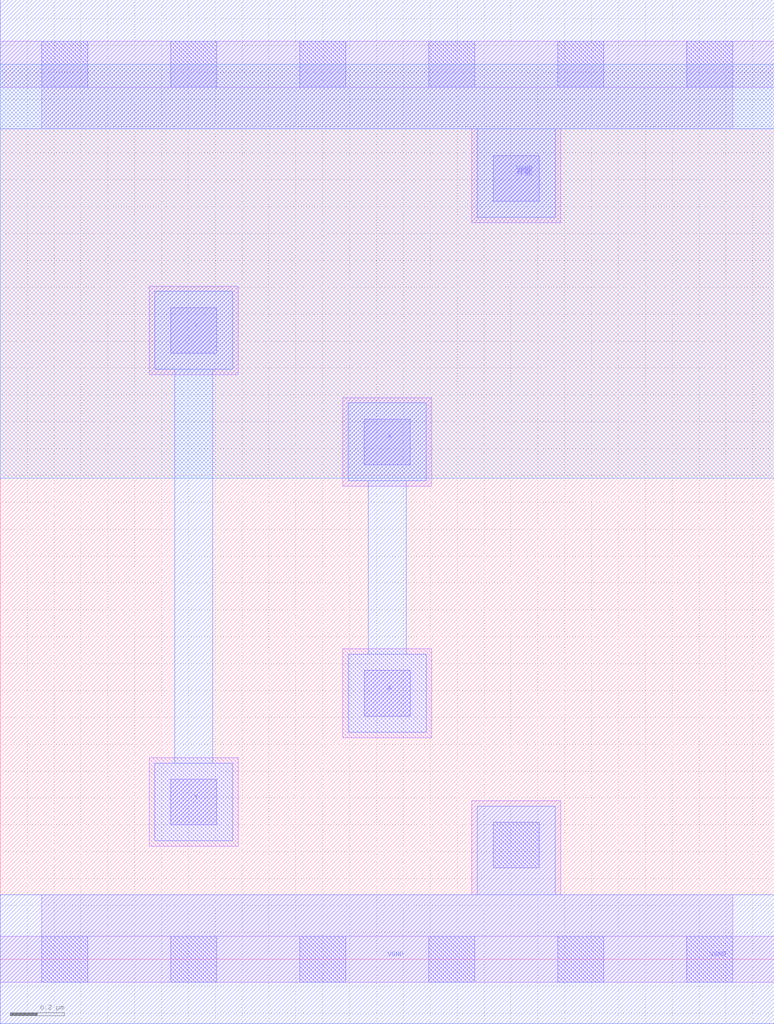
<source format=lef>
VERSION 5.7 ;
  NOWIREEXTENSIONATPIN ON ;
  DIVIDERCHAR "/" ;
  BUSBITCHARS "[]" ;
MACRO INV
  CLASS CORE ;
  FOREIGN INV ;
  ORIGIN 0.000 0.000 ;
  SIZE 2.880 BY 3.330 ;
  SYMMETRY X Y ;
  SITE unit ;
  PIN A
    ANTENNAGATEAREA 0.189000 ;
    PORT
      LAYER met1 ;
        RECT 1.295 1.780 1.585 2.070 ;
        RECT 1.370 1.135 1.510 1.780 ;
        RECT 1.295 0.845 1.585 1.135 ;
    END
    PORT
      LAYER li1 ;
        RECT 1.275 1.760 1.605 2.090 ;
      LAYER mcon ;
        RECT 1.355 1.840 1.525 2.010 ;
    END
  END A
  PIN VGND
    ANTENNADIFFAREA 0.331800 ;
    PORT
      LAYER met1 ;
        RECT 1.775 0.240 2.065 0.570 ;
        RECT 0.000 -0.240 2.880 0.240 ;
    END
    PORT
      LAYER li1 ;
        RECT 1.755 0.240 2.085 0.590 ;
        RECT 0.155 0.085 2.725 0.240 ;
        RECT 0.000 -0.085 2.880 0.085 ;
      LAYER mcon ;
        RECT 1.835 0.340 2.005 0.510 ;
        RECT 0.155 -0.085 0.325 0.085 ;
        RECT 0.635 -0.085 0.805 0.085 ;
        RECT 1.115 -0.085 1.285 0.085 ;
        RECT 1.595 -0.085 1.765 0.085 ;
        RECT 2.075 -0.085 2.245 0.085 ;
        RECT 2.555 -0.085 2.725 0.085 ;
    END
    PORT
      LAYER met1 ;
        RECT 0.000 3.090 2.880 3.570 ;
        RECT 1.775 2.760 2.065 3.090 ;
    END
  END VGND
  PIN VPWR
    ANTENNADIFFAREA 0.663600 ;
    PORT
      LAYER li1 ;
        RECT 0.000 3.245 2.880 3.415 ;
        RECT 0.155 3.090 2.725 3.245 ;
        RECT 1.755 2.740 2.085 3.090 ;
      LAYER mcon ;
        RECT 0.155 3.245 0.325 3.415 ;
        RECT 0.635 3.245 0.805 3.415 ;
        RECT 1.115 3.245 1.285 3.415 ;
        RECT 1.595 3.245 1.765 3.415 ;
        RECT 2.075 3.245 2.245 3.415 ;
        RECT 2.555 3.245 2.725 3.415 ;
        RECT 1.835 2.820 2.005 2.990 ;
    END
  END VPWR
  PIN Y
    ANTENNADIFFAREA 1.031650 ;
    PORT
      LAYER met1 ;
        RECT 0.575 2.195 0.865 2.485 ;
        RECT 0.650 0.730 0.790 2.195 ;
        RECT 0.575 0.440 0.865 0.730 ;
    END
    PORT
      LAYER li1 ;
        RECT 0.555 2.175 0.885 2.505 ;
      LAYER mcon ;
        RECT 0.635 2.255 0.805 2.425 ;
    END
  END Y
  OBS
      LAYER nwell ;
        RECT 0.000 1.790 2.880 3.330 ;
      LAYER li1 ;
        RECT 1.275 0.825 1.605 1.155 ;
        RECT 0.555 0.420 0.885 0.750 ;
      LAYER mcon ;
        RECT 1.355 0.905 1.525 1.075 ;
        RECT 0.635 0.500 0.805 0.670 ;
  END
END INV
END LIBRARY


</source>
